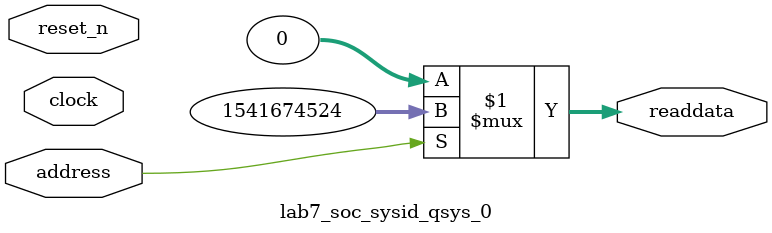
<source format=v>



// synthesis translate_off
`timescale 1ns / 1ps
// synthesis translate_on

// turn off superfluous verilog processor warnings 
// altera message_level Level1 
// altera message_off 10034 10035 10036 10037 10230 10240 10030 

module lab7_soc_sysid_qsys_0 (
               // inputs:
                address,
                clock,
                reset_n,

               // outputs:
                readdata
             )
;

  output  [ 31: 0] readdata;
  input            address;
  input            clock;
  input            reset_n;

  wire    [ 31: 0] readdata;
  //control_slave, which is an e_avalon_slave
  assign readdata = address ? 1541674524 : 0;

endmodule



</source>
